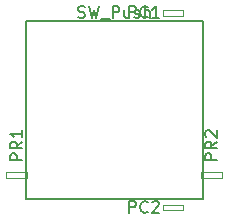
<source format=gbr>
%TF.GenerationSoftware,KiCad,Pcbnew,9.0.5*%
%TF.CreationDate,2025-10-08T11:55:14+08:00*%
%TF.ProjectId,snowshoe-choc,736e6f77-7368-46f6-952d-63686f632e6b,rev?*%
%TF.SameCoordinates,Original*%
%TF.FileFunction,AssemblyDrawing,Top*%
%FSLAX46Y46*%
G04 Gerber Fmt 4.6, Leading zero omitted, Abs format (unit mm)*
G04 Created by KiCad (PCBNEW 9.0.5) date 2025-10-08 11:55:14*
%MOMM*%
%LPD*%
G01*
G04 APERTURE LIST*
%ADD10C,0.150000*%
%ADD11C,0.120000*%
G04 APERTURE END LIST*
D10*
X97204819Y-69238094D02*
X96204819Y-69238094D01*
X96204819Y-69238094D02*
X96204819Y-68857142D01*
X96204819Y-68857142D02*
X96252438Y-68761904D01*
X96252438Y-68761904D02*
X96300057Y-68714285D01*
X96300057Y-68714285D02*
X96395295Y-68666666D01*
X96395295Y-68666666D02*
X96538152Y-68666666D01*
X96538152Y-68666666D02*
X96633390Y-68714285D01*
X96633390Y-68714285D02*
X96681009Y-68761904D01*
X96681009Y-68761904D02*
X96728628Y-68857142D01*
X96728628Y-68857142D02*
X96728628Y-69238094D01*
X97204819Y-67666666D02*
X96728628Y-67999999D01*
X97204819Y-68238094D02*
X96204819Y-68238094D01*
X96204819Y-68238094D02*
X96204819Y-67857142D01*
X96204819Y-67857142D02*
X96252438Y-67761904D01*
X96252438Y-67761904D02*
X96300057Y-67714285D01*
X96300057Y-67714285D02*
X96395295Y-67666666D01*
X96395295Y-67666666D02*
X96538152Y-67666666D01*
X96538152Y-67666666D02*
X96633390Y-67714285D01*
X96633390Y-67714285D02*
X96681009Y-67761904D01*
X96681009Y-67761904D02*
X96728628Y-67857142D01*
X96728628Y-67857142D02*
X96728628Y-68238094D01*
X97204819Y-66714285D02*
X97204819Y-67285713D01*
X97204819Y-66999999D02*
X96204819Y-66999999D01*
X96204819Y-66999999D02*
X96347676Y-67095237D01*
X96347676Y-67095237D02*
X96442914Y-67190475D01*
X96442914Y-67190475D02*
X96490533Y-67285713D01*
X106261905Y-73704819D02*
X106261905Y-72704819D01*
X106261905Y-72704819D02*
X106642857Y-72704819D01*
X106642857Y-72704819D02*
X106738095Y-72752438D01*
X106738095Y-72752438D02*
X106785714Y-72800057D01*
X106785714Y-72800057D02*
X106833333Y-72895295D01*
X106833333Y-72895295D02*
X106833333Y-73038152D01*
X106833333Y-73038152D02*
X106785714Y-73133390D01*
X106785714Y-73133390D02*
X106738095Y-73181009D01*
X106738095Y-73181009D02*
X106642857Y-73228628D01*
X106642857Y-73228628D02*
X106261905Y-73228628D01*
X107833333Y-73609580D02*
X107785714Y-73657200D01*
X107785714Y-73657200D02*
X107642857Y-73704819D01*
X107642857Y-73704819D02*
X107547619Y-73704819D01*
X107547619Y-73704819D02*
X107404762Y-73657200D01*
X107404762Y-73657200D02*
X107309524Y-73561961D01*
X107309524Y-73561961D02*
X107261905Y-73466723D01*
X107261905Y-73466723D02*
X107214286Y-73276247D01*
X107214286Y-73276247D02*
X107214286Y-73133390D01*
X107214286Y-73133390D02*
X107261905Y-72942914D01*
X107261905Y-72942914D02*
X107309524Y-72847676D01*
X107309524Y-72847676D02*
X107404762Y-72752438D01*
X107404762Y-72752438D02*
X107547619Y-72704819D01*
X107547619Y-72704819D02*
X107642857Y-72704819D01*
X107642857Y-72704819D02*
X107785714Y-72752438D01*
X107785714Y-72752438D02*
X107833333Y-72800057D01*
X108214286Y-72800057D02*
X108261905Y-72752438D01*
X108261905Y-72752438D02*
X108357143Y-72704819D01*
X108357143Y-72704819D02*
X108595238Y-72704819D01*
X108595238Y-72704819D02*
X108690476Y-72752438D01*
X108690476Y-72752438D02*
X108738095Y-72800057D01*
X108738095Y-72800057D02*
X108785714Y-72895295D01*
X108785714Y-72895295D02*
X108785714Y-72990533D01*
X108785714Y-72990533D02*
X108738095Y-73133390D01*
X108738095Y-73133390D02*
X108166667Y-73704819D01*
X108166667Y-73704819D02*
X108785714Y-73704819D01*
X101952381Y-57152200D02*
X102095238Y-57199819D01*
X102095238Y-57199819D02*
X102333333Y-57199819D01*
X102333333Y-57199819D02*
X102428571Y-57152200D01*
X102428571Y-57152200D02*
X102476190Y-57104580D01*
X102476190Y-57104580D02*
X102523809Y-57009342D01*
X102523809Y-57009342D02*
X102523809Y-56914104D01*
X102523809Y-56914104D02*
X102476190Y-56818866D01*
X102476190Y-56818866D02*
X102428571Y-56771247D01*
X102428571Y-56771247D02*
X102333333Y-56723628D01*
X102333333Y-56723628D02*
X102142857Y-56676009D01*
X102142857Y-56676009D02*
X102047619Y-56628390D01*
X102047619Y-56628390D02*
X102000000Y-56580771D01*
X102000000Y-56580771D02*
X101952381Y-56485533D01*
X101952381Y-56485533D02*
X101952381Y-56390295D01*
X101952381Y-56390295D02*
X102000000Y-56295057D01*
X102000000Y-56295057D02*
X102047619Y-56247438D01*
X102047619Y-56247438D02*
X102142857Y-56199819D01*
X102142857Y-56199819D02*
X102380952Y-56199819D01*
X102380952Y-56199819D02*
X102523809Y-56247438D01*
X102857143Y-56199819D02*
X103095238Y-57199819D01*
X103095238Y-57199819D02*
X103285714Y-56485533D01*
X103285714Y-56485533D02*
X103476190Y-57199819D01*
X103476190Y-57199819D02*
X103714286Y-56199819D01*
X103857143Y-57295057D02*
X104619047Y-57295057D01*
X104857143Y-57199819D02*
X104857143Y-56199819D01*
X104857143Y-56199819D02*
X105238095Y-56199819D01*
X105238095Y-56199819D02*
X105333333Y-56247438D01*
X105333333Y-56247438D02*
X105380952Y-56295057D01*
X105380952Y-56295057D02*
X105428571Y-56390295D01*
X105428571Y-56390295D02*
X105428571Y-56533152D01*
X105428571Y-56533152D02*
X105380952Y-56628390D01*
X105380952Y-56628390D02*
X105333333Y-56676009D01*
X105333333Y-56676009D02*
X105238095Y-56723628D01*
X105238095Y-56723628D02*
X104857143Y-56723628D01*
X106285714Y-56533152D02*
X106285714Y-57199819D01*
X105857143Y-56533152D02*
X105857143Y-57056961D01*
X105857143Y-57056961D02*
X105904762Y-57152200D01*
X105904762Y-57152200D02*
X106000000Y-57199819D01*
X106000000Y-57199819D02*
X106142857Y-57199819D01*
X106142857Y-57199819D02*
X106238095Y-57152200D01*
X106238095Y-57152200D02*
X106285714Y-57104580D01*
X106714286Y-57152200D02*
X106809524Y-57199819D01*
X106809524Y-57199819D02*
X107000000Y-57199819D01*
X107000000Y-57199819D02*
X107095238Y-57152200D01*
X107095238Y-57152200D02*
X107142857Y-57056961D01*
X107142857Y-57056961D02*
X107142857Y-57009342D01*
X107142857Y-57009342D02*
X107095238Y-56914104D01*
X107095238Y-56914104D02*
X107000000Y-56866485D01*
X107000000Y-56866485D02*
X106857143Y-56866485D01*
X106857143Y-56866485D02*
X106761905Y-56818866D01*
X106761905Y-56818866D02*
X106714286Y-56723628D01*
X106714286Y-56723628D02*
X106714286Y-56676009D01*
X106714286Y-56676009D02*
X106761905Y-56580771D01*
X106761905Y-56580771D02*
X106857143Y-56533152D01*
X106857143Y-56533152D02*
X107000000Y-56533152D01*
X107000000Y-56533152D02*
X107095238Y-56580771D01*
X107571429Y-57199819D02*
X107571429Y-56199819D01*
X108000000Y-57199819D02*
X108000000Y-56676009D01*
X108000000Y-56676009D02*
X107952381Y-56580771D01*
X107952381Y-56580771D02*
X107857143Y-56533152D01*
X107857143Y-56533152D02*
X107714286Y-56533152D01*
X107714286Y-56533152D02*
X107619048Y-56580771D01*
X107619048Y-56580771D02*
X107571429Y-56628390D01*
X106261905Y-57204819D02*
X106261905Y-56204819D01*
X106261905Y-56204819D02*
X106642857Y-56204819D01*
X106642857Y-56204819D02*
X106738095Y-56252438D01*
X106738095Y-56252438D02*
X106785714Y-56300057D01*
X106785714Y-56300057D02*
X106833333Y-56395295D01*
X106833333Y-56395295D02*
X106833333Y-56538152D01*
X106833333Y-56538152D02*
X106785714Y-56633390D01*
X106785714Y-56633390D02*
X106738095Y-56681009D01*
X106738095Y-56681009D02*
X106642857Y-56728628D01*
X106642857Y-56728628D02*
X106261905Y-56728628D01*
X107833333Y-57109580D02*
X107785714Y-57157200D01*
X107785714Y-57157200D02*
X107642857Y-57204819D01*
X107642857Y-57204819D02*
X107547619Y-57204819D01*
X107547619Y-57204819D02*
X107404762Y-57157200D01*
X107404762Y-57157200D02*
X107309524Y-57061961D01*
X107309524Y-57061961D02*
X107261905Y-56966723D01*
X107261905Y-56966723D02*
X107214286Y-56776247D01*
X107214286Y-56776247D02*
X107214286Y-56633390D01*
X107214286Y-56633390D02*
X107261905Y-56442914D01*
X107261905Y-56442914D02*
X107309524Y-56347676D01*
X107309524Y-56347676D02*
X107404762Y-56252438D01*
X107404762Y-56252438D02*
X107547619Y-56204819D01*
X107547619Y-56204819D02*
X107642857Y-56204819D01*
X107642857Y-56204819D02*
X107785714Y-56252438D01*
X107785714Y-56252438D02*
X107833333Y-56300057D01*
X108785714Y-57204819D02*
X108214286Y-57204819D01*
X108500000Y-57204819D02*
X108500000Y-56204819D01*
X108500000Y-56204819D02*
X108404762Y-56347676D01*
X108404762Y-56347676D02*
X108309524Y-56442914D01*
X108309524Y-56442914D02*
X108214286Y-56490533D01*
X113704819Y-69238094D02*
X112704819Y-69238094D01*
X112704819Y-69238094D02*
X112704819Y-68857142D01*
X112704819Y-68857142D02*
X112752438Y-68761904D01*
X112752438Y-68761904D02*
X112800057Y-68714285D01*
X112800057Y-68714285D02*
X112895295Y-68666666D01*
X112895295Y-68666666D02*
X113038152Y-68666666D01*
X113038152Y-68666666D02*
X113133390Y-68714285D01*
X113133390Y-68714285D02*
X113181009Y-68761904D01*
X113181009Y-68761904D02*
X113228628Y-68857142D01*
X113228628Y-68857142D02*
X113228628Y-69238094D01*
X113704819Y-67666666D02*
X113228628Y-67999999D01*
X113704819Y-68238094D02*
X112704819Y-68238094D01*
X112704819Y-68238094D02*
X112704819Y-67857142D01*
X112704819Y-67857142D02*
X112752438Y-67761904D01*
X112752438Y-67761904D02*
X112800057Y-67714285D01*
X112800057Y-67714285D02*
X112895295Y-67666666D01*
X112895295Y-67666666D02*
X113038152Y-67666666D01*
X113038152Y-67666666D02*
X113133390Y-67714285D01*
X113133390Y-67714285D02*
X113181009Y-67761904D01*
X113181009Y-67761904D02*
X113228628Y-67857142D01*
X113228628Y-67857142D02*
X113228628Y-68238094D01*
X112800057Y-67285713D02*
X112752438Y-67238094D01*
X112752438Y-67238094D02*
X112704819Y-67142856D01*
X112704819Y-67142856D02*
X112704819Y-66904761D01*
X112704819Y-66904761D02*
X112752438Y-66809523D01*
X112752438Y-66809523D02*
X112800057Y-66761904D01*
X112800057Y-66761904D02*
X112895295Y-66714285D01*
X112895295Y-66714285D02*
X112990533Y-66714285D01*
X112990533Y-66714285D02*
X113133390Y-66761904D01*
X113133390Y-66761904D02*
X113704819Y-67333332D01*
X113704819Y-67333332D02*
X113704819Y-66714285D01*
D11*
%TO.C,PR1*%
X95850000Y-70250000D02*
X97600000Y-70250000D01*
X95850000Y-70750000D02*
X95850000Y-70250000D01*
X97600000Y-70250000D02*
X97600000Y-70750000D01*
X97600000Y-70750000D02*
X95850000Y-70750000D01*
%TO.C,PC2*%
X109100000Y-73000000D02*
X110850000Y-73000000D01*
X109100000Y-73500000D02*
X109100000Y-73000000D01*
X110850000Y-73000000D02*
X110850000Y-73500000D01*
X110850000Y-73500000D02*
X109100000Y-73500000D01*
D10*
%TO.C,SW1*%
X97500000Y-57500000D02*
X112500000Y-57500000D01*
X97500000Y-72500000D02*
X97500000Y-57500000D01*
X112500000Y-57500000D02*
X112500000Y-72500000D01*
X112500000Y-72500000D02*
X97500000Y-72500000D01*
D11*
%TO.C,PC1*%
X109100000Y-56500000D02*
X110850000Y-56500000D01*
X109100000Y-57000000D02*
X109100000Y-56500000D01*
X110850000Y-56500000D02*
X110850000Y-57000000D01*
X110850000Y-57000000D02*
X109100000Y-57000000D01*
%TO.C,PR2*%
X112350000Y-70250000D02*
X114100000Y-70250000D01*
X112350000Y-70750000D02*
X112350000Y-70250000D01*
X114100000Y-70250000D02*
X114100000Y-70750000D01*
X114100000Y-70750000D02*
X112350000Y-70750000D01*
%TD*%
M02*

</source>
